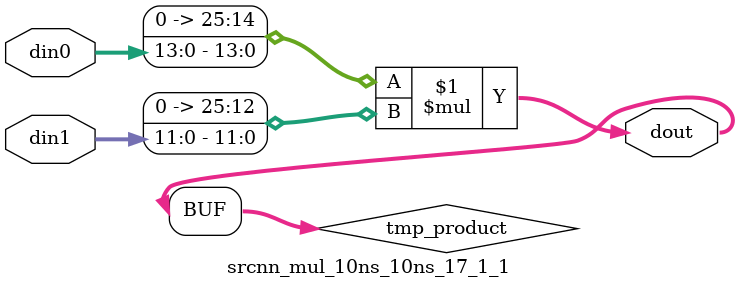
<source format=v>

`timescale 1 ns / 1 ps

  module srcnn_mul_10ns_10ns_17_1_1(din0, din1, dout);
parameter ID = 1;
parameter NUM_STAGE = 0;
parameter din0_WIDTH = 14;
parameter din1_WIDTH = 12;
parameter dout_WIDTH = 26;

input [din0_WIDTH - 1 : 0] din0; 
input [din1_WIDTH - 1 : 0] din1; 
output [dout_WIDTH - 1 : 0] dout;

wire signed [dout_WIDTH - 1 : 0] tmp_product;










assign tmp_product = $signed({1'b0, din0}) * $signed({1'b0, din1});











assign dout = tmp_product;







endmodule

</source>
